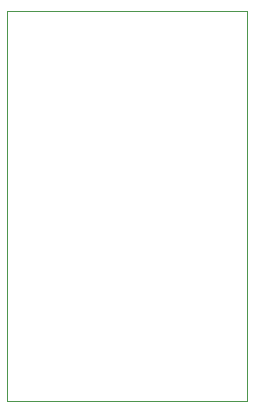
<source format=gbr>
%TF.GenerationSoftware,KiCad,Pcbnew,7.0.8*%
%TF.CreationDate,2023-10-11T21:25:33+02:00*%
%TF.ProjectId,test_sr,74657374-5f73-4722-9e6b-696361645f70,rev?*%
%TF.SameCoordinates,Original*%
%TF.FileFunction,Profile,NP*%
%FSLAX46Y46*%
G04 Gerber Fmt 4.6, Leading zero omitted, Abs format (unit mm)*
G04 Created by KiCad (PCBNEW 7.0.8) date 2023-10-11 21:25:33*
%MOMM*%
%LPD*%
G01*
G04 APERTURE LIST*
%TA.AperFunction,Profile*%
%ADD10C,0.100000*%
%TD*%
G04 APERTURE END LIST*
D10*
X63500000Y-76200000D02*
X43180000Y-76200000D01*
X43180000Y-43180000D01*
X63500000Y-43180000D01*
X63500000Y-76200000D01*
M02*

</source>
